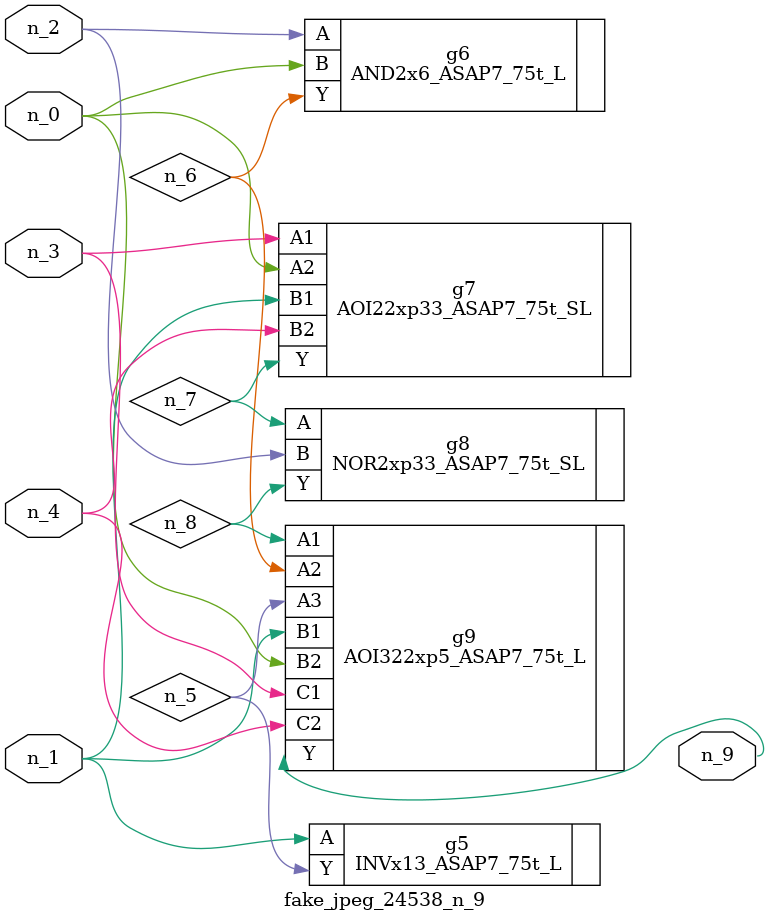
<source format=v>
module fake_jpeg_24538_n_9 (n_3, n_2, n_1, n_0, n_4, n_9);

input n_3;
input n_2;
input n_1;
input n_0;
input n_4;

output n_9;

wire n_8;
wire n_6;
wire n_5;
wire n_7;

INVx13_ASAP7_75t_L g5 ( 
.A(n_1),
.Y(n_5)
);

AND2x6_ASAP7_75t_L g6 ( 
.A(n_2),
.B(n_0),
.Y(n_6)
);

AOI22xp33_ASAP7_75t_SL g7 ( 
.A1(n_3),
.A2(n_0),
.B1(n_1),
.B2(n_4),
.Y(n_7)
);

NOR2xp33_ASAP7_75t_SL g8 ( 
.A(n_7),
.B(n_2),
.Y(n_8)
);

AOI322xp5_ASAP7_75t_L g9 ( 
.A1(n_8),
.A2(n_6),
.A3(n_5),
.B1(n_1),
.B2(n_0),
.C1(n_3),
.C2(n_4),
.Y(n_9)
);


endmodule
</source>
